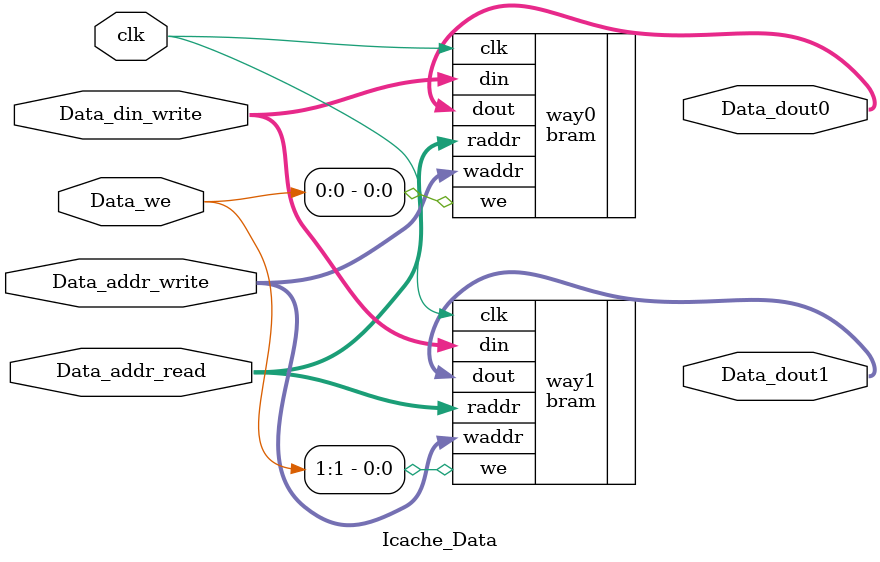
<source format=v>
`timescale 1ns / 1ps


module Icache_Data#(
    parameter   addr_width=4,
                data_width=128,
                offset_width=2,
                way=2
)
(
    input       clk,
    
    input       [addr_width-1:0]Data_addr_read,
    output      [data_width-1:0]Data_dout0,
    output      [data_width-1:0]Data_dout1,

    input       [data_width-1:0]Data_din_write,
    input       [addr_width-1:0]Data_addr_write,
    input       [way-1:0]Data_we
    
    );
bram way0(
    .clk(clk),

    .waddr(Data_addr_write),
    .din(Data_din_write),
    .we(Data_we[0]),

    .raddr(Data_addr_read),
    .dout(Data_dout0)
);
defparam way0.DATA_WIDTH=data_width,way0.ADDR_WIDTH=addr_width;

bram way1(
    .clk(clk),

    .waddr(Data_addr_write),
    .din(Data_din_write),
    .we(Data_we[1]),

    .raddr(Data_addr_read),
    .dout(Data_dout1)
);
defparam way1.DATA_WIDTH=data_width,way1.ADDR_WIDTH=addr_width;
endmodule

</source>
